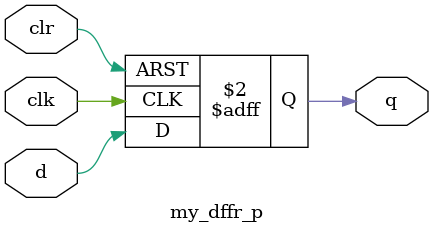
<source format=v>
module my_dffr_p (
    input d,
    clk,
    clr,
    output reg q
);
  always @(posedge clk or posedge clr)
    if (clr) q <= 1'b0;
    else q <= d;
endmodule
</source>
